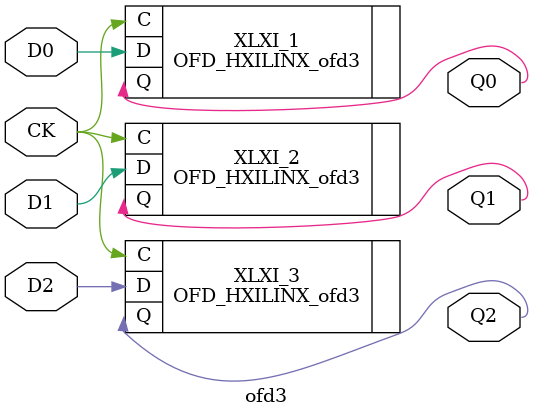
<source format=v>
module ofd3(CK, 
            D0, 
            D1, 
            D2, 
            Q0, 
            Q1, 
            Q2);

    input CK;
    input D0;
    input D1;
    input D2;
   output Q0;
   output Q1;
   output Q2;
   
   
   (* HU_SET = "XLXI_1_0" *) 
   OFD_HXILINX_ofd3 #( .INIT(1'b0) ) XLXI_1 (.C(CK), 
                            .D(D0), 
                            .Q(Q0));
   (* HU_SET = "XLXI_2_1" *) 
   OFD_HXILINX_ofd3 #( .INIT(1'b0) ) XLXI_2 (.C(CK), 
                            .D(D1), 
                            .Q(Q1));
   (* HU_SET = "XLXI_3_2" *) 
   OFD_HXILINX_ofd3 #( .INIT(1'b0) ) XLXI_3 (.C(CK), 
                            .D(D2), 
                            .Q(Q2));
endmodule

</source>
